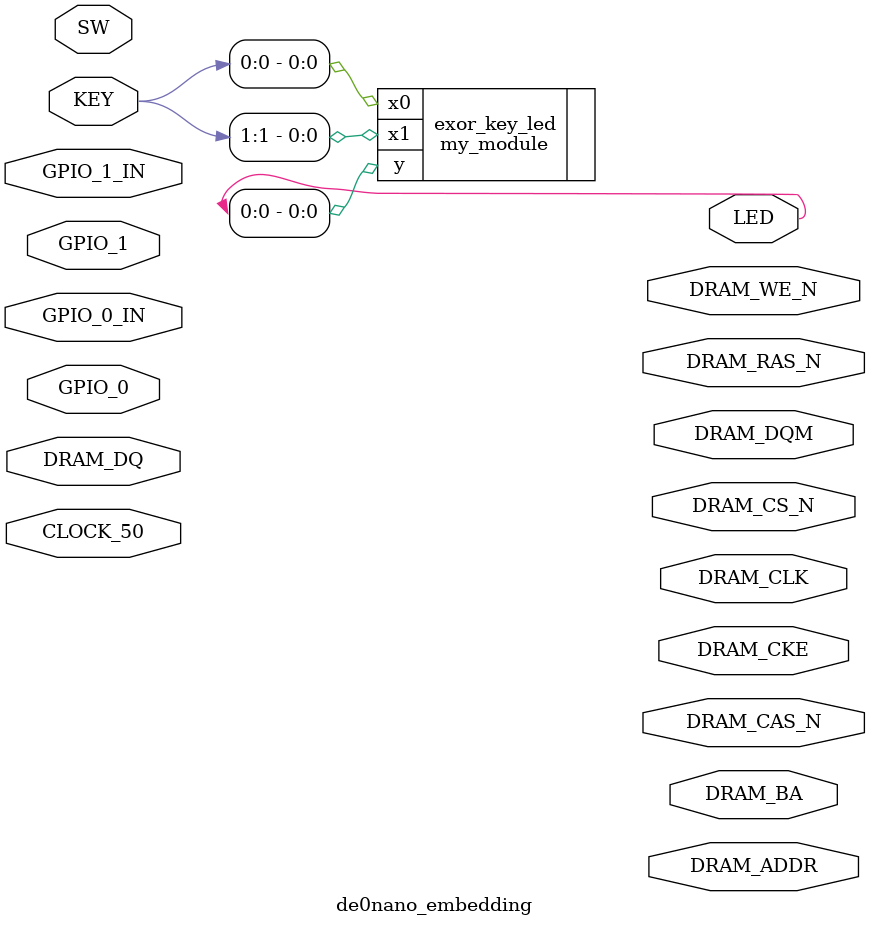
<source format=v>


module de0nano_embedding(

	//////////// CLOCK //////////
	CLOCK_50,

	//////////// LED //////////
	LED,

	//////////// KEY //////////
	KEY,

	//////////// SW //////////
	SW,

	//////////// SDRAM //////////
	DRAM_ADDR,
	DRAM_BA,
	DRAM_CAS_N,
	DRAM_CKE,
	DRAM_CLK,
	DRAM_CS_N,
	DRAM_DQ,
	DRAM_DQM,
	DRAM_RAS_N,
	DRAM_WE_N,

	//////////// GPIO_0, GPIO_0 connect to GPIO Default //////////
	GPIO_0,
	GPIO_0_IN,

	//////////// GPIO_1, GPIO_1 connect to GPIO Default //////////
	GPIO_1,
	GPIO_1_IN 
);

//=======================================================
//  PARAMETER declarations
//=======================================================


//=======================================================
//  PORT declarations
//=======================================================

//////////// CLOCK //////////
input 		          		CLOCK_50;

//////////// LED //////////
output		     [7:0]		LED;

//////////// KEY //////////
input 		     [1:0]		KEY;

//////////// SW //////////
input 		     [3:0]		SW;

//////////// SDRAM //////////
output		    [12:0]		DRAM_ADDR;
output		     [1:0]		DRAM_BA;
output		          		DRAM_CAS_N;
output		          		DRAM_CKE;
output		          		DRAM_CLK;
output		          		DRAM_CS_N;
inout 		    [15:0]		DRAM_DQ;
output		     [1:0]		DRAM_DQM;
output		          		DRAM_RAS_N;
output		          		DRAM_WE_N;

//////////// GPIO_0, GPIO_0 connect to GPIO Default //////////
inout 		    [33:0]		GPIO_0;
input 		     [1:0]		GPIO_0_IN;

//////////// GPIO_1, GPIO_1 connect to GPIO Default //////////
inout 		    [33:0]		GPIO_1;
input 		     [1:0]		GPIO_1_IN;


//=======================================================
//  REG/WIRE declarations
//=======================================================




//=======================================================
//  Structural coding
//=======================================================

my_module exor_key_led(.x0(KEY[0]), .x1(KEY[1]), .y(LED[0]));


endmodule

</source>
